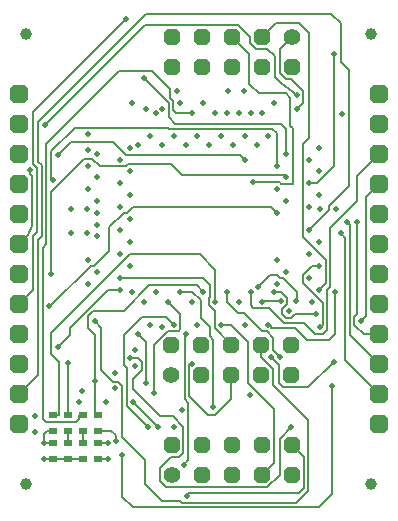
<source format=gtl>
G04 Layer_Physical_Order=1*
G04 Layer_Color=255*
%FSLAX44Y44*%
%MOMM*%
G71*
G01*
G75*
%ADD10R,0.8000X0.6000*%
%ADD11C,0.2000*%
G04:AMPARAMS|DCode=12|XSize=1.6002mm|YSize=1.6002mm|CornerRadius=0mm|HoleSize=0mm|Usage=FLASHONLY|Rotation=270.000|XOffset=0mm|YOffset=0mm|HoleType=Round|Shape=Octagon|*
%AMOCTAGOND12*
4,1,8,-0.4001,-0.8001,0.4001,-0.8001,0.8001,-0.4001,0.8001,0.4001,0.4001,0.8001,-0.4001,0.8001,-0.8001,0.4001,-0.8001,-0.4001,-0.4001,-0.8001,0.0*
%
%ADD12OCTAGOND12*%

%ADD13C,1.0000*%
%ADD14C,1.4000*%
G04:AMPARAMS|DCode=15|XSize=1.4mm|YSize=1.4mm|CornerRadius=0mm|HoleSize=0mm|Usage=FLASHONLY|Rotation=180.000|XOffset=0mm|YOffset=0mm|HoleType=Round|Shape=Octagon|*
%AMOCTAGOND15*
4,1,8,-0.7000,0.3500,-0.7000,-0.3500,-0.3500,-0.7000,0.3500,-0.7000,0.7000,-0.3500,0.7000,0.3500,0.3500,0.7000,-0.3500,0.7000,-0.7000,0.3500,0.0*
%
%ADD15OCTAGOND15*%

%ADD16C,0.5000*%
D10*
X80010Y84074D02*
D03*
Y70612D02*
D03*
X67310Y84074D02*
D03*
Y70612D02*
D03*
X54610Y84074D02*
D03*
Y70612D02*
D03*
X41910Y84074D02*
D03*
Y70612D02*
D03*
Y59944D02*
D03*
Y46482D02*
D03*
X54610Y59944D02*
D03*
Y46482D02*
D03*
X80010Y59944D02*
D03*
Y46482D02*
D03*
X67310Y59944D02*
D03*
Y46482D02*
D03*
D11*
X80010D02*
X87780D01*
X80010Y59944D02*
X87780D01*
X80010Y70612D02*
X90728D01*
X94617Y66723D01*
Y61931D02*
Y66723D01*
X34140Y59944D02*
X41910D01*
X54610Y46482D02*
X67310D01*
X41910D02*
X54610D01*
X67310Y59944D02*
Y70612D01*
X54610Y59944D02*
Y70612D01*
X36725D02*
X41910D01*
X34140Y68027D02*
X36725Y70612D01*
X34140Y59944D02*
Y68027D01*
X118308Y369525D02*
X139350Y348483D01*
Y336012D02*
Y348483D01*
Y336012D02*
X145207Y330155D01*
X234950D01*
X239082Y326023D01*
Y305201D02*
Y326023D01*
X230914Y295201D02*
Y322507D01*
X227330Y326091D02*
X230914Y322507D01*
X139954Y326091D02*
X227330D01*
X145981Y339970D02*
X158850D01*
X143350Y342601D02*
X145981Y339970D01*
X143350Y342601D02*
Y350155D01*
X140999Y352507D02*
X143350Y350155D01*
X140999Y352507D02*
Y359844D01*
X125730Y375113D02*
X140999Y359844D01*
X97733Y375113D02*
X125730D01*
X33020Y225555D02*
X35876Y228411D01*
X33020Y80219D02*
Y225555D01*
Y80219D02*
X35306Y77933D01*
X60960D01*
X63246Y80219D01*
Y84074D02*
X67310D01*
X178850Y179968D02*
Y206931D01*
X165608Y220173D02*
X178850Y206931D01*
X106426Y220173D02*
X165608D01*
X39458Y153205D02*
X106426Y220173D01*
X39458Y135425D02*
Y153205D01*
Y135425D02*
X46228Y128655D01*
X41910Y84074D02*
X46228D01*
X71120Y157943D02*
X77216Y151847D01*
X71120Y157943D02*
Y167595D01*
X75692Y172167D01*
X101346D01*
X122936Y193757D01*
X163229D01*
X168850Y188136D01*
X77216Y84074D02*
X80010D01*
X130556Y73510D02*
Y73748D01*
X109474Y94830D02*
X130556Y73748D01*
X225810Y260305D02*
X230914Y255201D01*
X109220Y260305D02*
X225810D01*
X104140Y255225D02*
X109220Y260305D01*
X101346Y255225D02*
X104140D01*
X88900Y242779D02*
X101346Y255225D01*
X88900Y222713D02*
Y242779D01*
X76454Y210267D02*
X88900Y222713D01*
X73660Y210267D02*
X76454D01*
X39370Y175977D02*
X73660Y210267D01*
X38544Y175977D02*
X39370D01*
X98618Y200200D02*
X168309D01*
X174498Y194011D01*
Y184105D02*
Y194011D01*
X173228Y182835D02*
X174498Y184105D01*
X173228Y176993D02*
Y182835D01*
Y176993D02*
X178351Y171870D01*
Y157349D02*
Y171870D01*
Y157349D02*
X192500Y143200D01*
X45466Y303739D02*
X56642Y314915D01*
X92456D01*
X103378Y303993D01*
X199898D01*
X203962Y299929D01*
X193000Y404200D02*
X207772Y389428D01*
Y364445D02*
Y389428D01*
Y364445D02*
X215646Y356571D01*
X238506D01*
X242316Y352761D01*
Y328885D02*
Y352761D01*
Y328885D02*
X244602Y326599D01*
Y279609D02*
Y326599D01*
X234950Y279609D02*
X244602D01*
X233680Y280879D02*
X234950Y279609D01*
X210820Y280879D02*
X233680D01*
X12700Y101600D02*
X28697Y117597D01*
Y232411D01*
X31876Y235590D01*
X120550Y423881D02*
X276606D01*
X284988Y415499D01*
Y382987D02*
Y415499D01*
Y382987D02*
X292100Y375875D01*
Y277831D02*
Y375875D01*
X275590Y261321D02*
X292100Y277831D01*
X275590Y257171D02*
Y261321D01*
X258620Y240200D02*
X275590Y257171D01*
X266787Y190200D02*
X272288Y195700D01*
Y215347D01*
X252984Y234651D02*
X272288Y215347D01*
X252984Y234651D02*
Y313137D01*
X258064Y318217D01*
Y407371D01*
X249428Y416007D02*
X258064Y407371D01*
X230207Y416007D02*
X249428D01*
X218400Y404200D02*
X230207Y416007D01*
X298958Y286258D02*
X317500Y304800D01*
X298958Y264877D02*
Y286258D01*
X276352Y242271D02*
X298958Y264877D01*
X276352Y192233D02*
Y242271D01*
X208850Y176677D02*
X211074Y174453D01*
X208850Y176677D02*
Y188136D01*
X233426Y63995D02*
X243300Y73869D01*
X233426Y33483D02*
Y63995D01*
X222758Y22815D02*
X233426Y33483D01*
X137160Y22815D02*
X222758D01*
X131826Y28149D02*
X137160Y22815D01*
X131826Y28149D02*
Y38817D01*
X141224Y48215D01*
X148214D01*
X151950Y51951D01*
Y74123D01*
X143060Y83013D02*
X151950Y74123D01*
X132334Y83013D02*
X143060D01*
X108966Y106381D02*
X132334Y83013D01*
X108966Y106381D02*
Y114763D01*
X116480Y122277D01*
Y128987D01*
X113432Y132035D02*
X116480Y128987D01*
X106934Y132035D02*
X113432D01*
X137447Y166833D02*
X143849Y160430D01*
X116840Y166833D02*
X137447D01*
X101416Y151409D02*
X116840Y166833D01*
X101416Y126627D02*
Y151409D01*
Y126627D02*
X103886Y124156D01*
Y91649D02*
Y124156D01*
Y91649D02*
X121666Y73869D01*
X177292Y91141D02*
Y147783D01*
X174244Y150831D02*
X177292Y147783D01*
X174244Y150831D02*
Y158451D01*
X166624Y166071D02*
X174244Y158451D01*
X166624Y166071D02*
Y181057D01*
X159545Y188136D02*
X166624Y181057D01*
X148850Y188136D02*
X159545D01*
X53848Y84074D02*
X54610D01*
X258620Y280200D02*
X264751D01*
X279400Y294849D01*
Y389845D01*
X12700Y177800D02*
X24697Y189797D01*
X237308Y286975D02*
X239082Y285201D01*
X151130Y286975D02*
X237308D01*
X141478Y296627D02*
X151130Y286975D01*
X105156Y296627D02*
X141478D01*
X103124Y294595D02*
X105156Y296627D01*
X81280Y294595D02*
X103124D01*
X74930Y300945D02*
X81280Y294595D01*
X67818Y300945D02*
X74930D01*
X234696Y364723D02*
X247904Y354539D01*
X229092Y370326D02*
X234696Y364723D01*
X229092Y370326D02*
Y387575D01*
X222504Y394163D02*
X229092Y387575D01*
X213360Y394163D02*
X222504D01*
X208280Y399243D02*
X213360Y394163D01*
X208280Y399243D02*
Y404069D01*
X198120Y414229D02*
X208280Y404069D01*
X119380Y414229D02*
X198120D01*
X34544Y329393D02*
X119380Y414229D01*
X20697Y236597D02*
X23876Y243590D01*
X12700Y228600D02*
X20697Y236597D01*
X298958Y169209D02*
Y247097D01*
X296760Y167011D02*
X298958Y169209D01*
X296760Y160483D02*
Y167011D01*
Y160483D02*
X304843Y152400D01*
X317500D01*
X290806Y247306D02*
X293218Y244894D01*
Y172015D02*
Y244894D01*
X292760Y171557D02*
X293218Y172015D01*
X292760Y151740D02*
Y171557D01*
Y151740D02*
X317500Y127000D01*
X285242Y237699D02*
X288760Y234181D01*
Y130340D02*
Y234181D01*
Y130340D02*
X317500Y101600D01*
X76708Y163531D02*
X82296Y157943D01*
Y122129D02*
Y157943D01*
Y122129D02*
X92456Y111969D01*
X96520D01*
X99822Y108667D01*
Y65741D02*
Y108667D01*
Y65741D02*
X119634Y45929D01*
Y25355D02*
Y45929D01*
Y25355D02*
X133765Y11224D01*
X149062D01*
X150562Y9724D01*
X247514D01*
X257810Y20021D01*
Y79965D01*
X228092Y109683D02*
X257810Y79965D01*
X228092Y109683D02*
Y122859D01*
X217900Y133051D02*
X228092Y122859D01*
X217900Y133051D02*
Y143200D01*
X88068Y190200D02*
X98618D01*
X55626Y157758D02*
X88068Y190200D01*
X55626Y151593D02*
Y157758D01*
X45466Y141433D02*
X55626Y151593D01*
X100330Y14941D02*
Y50501D01*
Y14941D02*
X109547Y5724D01*
X266628D01*
X278130Y17227D01*
Y108370D01*
X233800Y394200D02*
X243800Y404200D01*
X233800Y373723D02*
Y394200D01*
Y373723D02*
X238760Y368763D01*
X243332D01*
X253492Y358603D01*
Y348443D02*
Y358603D01*
X247904Y342855D02*
X253492Y348443D01*
X275336Y147339D02*
X280670Y152673D01*
X256726Y147339D02*
X275336D01*
X246122Y157943D02*
X256726Y147339D01*
X225806Y157943D02*
X246122D01*
X223851Y160430D02*
X225806D01*
Y133305D02*
X232918Y126193D01*
Y110699D02*
Y126193D01*
Y110699D02*
X235966Y107651D01*
X257556D01*
X279146Y129241D01*
X302260Y163785D02*
X306324Y167849D01*
Y268224D01*
X317500Y279400D01*
X183851Y160430D02*
X192585D01*
X207010Y146005D01*
Y110699D02*
Y146005D01*
Y110699D02*
X228346Y89363D01*
Y43246D02*
Y89363D01*
X218150Y33050D02*
X228346Y43246D01*
X228092Y138893D02*
X233680Y133305D01*
X228092Y138893D02*
Y149307D01*
X222504Y154895D02*
X228092Y149307D01*
X218440Y154895D02*
X222504D01*
X203200Y170135D02*
X218440Y154895D01*
X198120Y170135D02*
X203200D01*
X188850Y179405D02*
X198120Y170135D01*
X188850Y179405D02*
Y188136D01*
X113849Y152262D02*
X120544Y145568D01*
Y111461D02*
Y145568D01*
X192500Y97924D02*
Y117800D01*
X178859Y84283D02*
X192500Y97924D01*
X172911Y84283D02*
X178859D01*
X157100Y100094D02*
X172911Y84283D01*
X157100Y127463D02*
X159512D01*
X147828Y154895D02*
X149352Y156419D01*
Y169466D01*
X138850Y179968D02*
X149352Y169466D01*
X152908Y151321D02*
X153849Y152262D01*
X152908Y97237D02*
Y151321D01*
Y97237D02*
X156210Y93935D01*
Y45675D02*
Y93935D01*
X152146Y41611D02*
X156210Y45675D01*
X154686Y15449D02*
X156972Y17735D01*
X249428D01*
X253746Y22053D01*
Y48254D01*
X243550Y58450D02*
X253746Y48254D01*
X34081Y46482D02*
X34140D01*
X41910D01*
X225806Y157943D02*
Y160430D01*
X63246Y80219D02*
Y84074D01*
X77216D02*
Y112477D01*
Y151847D01*
X53848Y84074D02*
Y128225D01*
X46228Y84074D02*
Y128655D01*
X157100Y100094D02*
Y127463D01*
X23876Y243590D02*
Y285959D01*
X35876Y313256D02*
X97733Y375113D01*
X138684Y327361D02*
X139954Y326091D01*
X59944Y327361D02*
X138684D01*
X39876Y307293D02*
X59944Y327361D01*
X39876Y284228D02*
Y307293D01*
X28697Y332028D02*
X120550Y423881D01*
X39876Y273003D02*
X67818Y300945D01*
X39876Y284228D02*
X41402Y282702D01*
X39876Y203200D02*
Y273003D01*
X24697Y189797D02*
Y235536D01*
X27876Y238715D01*
X35876Y228411D02*
Y313256D01*
X28697Y298436D02*
Y332028D01*
Y298436D02*
X31876Y295257D01*
Y235590D02*
Y295257D01*
X22000Y287835D02*
X23876Y285959D01*
X22000Y287835D02*
Y291500D01*
X24697Y296581D02*
Y340628D01*
X103632Y419563D01*
X27876Y238715D02*
Y293402D01*
X24697Y296581D02*
X27876Y293402D01*
X127079Y102180D02*
Y143322D01*
X138652Y154895D01*
X147828D01*
X260842Y210200D02*
X266787D01*
X253120Y202478D02*
X260842Y210200D01*
X280670Y152673D02*
Y188169D01*
X253120Y195680D02*
Y202478D01*
X273763Y189644D02*
X276352Y192233D01*
X273763Y156211D02*
Y189644D01*
X253746Y162007D02*
X263056Y152697D01*
X270248D01*
X273763Y156211D01*
X253120Y195680D02*
X269763Y179037D01*
X267970Y158197D02*
X269763Y159990D01*
Y179037D01*
X215138Y191979D02*
X225298Y202139D01*
X231394D01*
X233426Y200107D01*
X236474D01*
X247512Y180665D02*
X248347Y181500D01*
X247512Y180259D02*
Y180665D01*
X238768Y166101D02*
X243324D01*
X235546Y169322D02*
X238768Y166101D01*
X235546Y169322D02*
Y173879D01*
X219641Y180759D02*
X234511D01*
X218850Y179968D02*
X219641Y180759D01*
X243324Y166101D02*
X246482Y169258D01*
X228850Y188136D02*
X234913D01*
X246482Y169258D02*
X264263D01*
X235546Y173879D02*
X240011Y178344D01*
Y183037D01*
X234913Y188136D02*
X240011Y183037D01*
X211074Y174453D02*
X224759D01*
X237205Y162007D01*
X253746D01*
X248347Y181500D02*
Y188234D01*
X236474Y200107D02*
X248347Y188234D01*
X34036Y46437D02*
X34081Y46482D01*
D12*
X317500Y76200D02*
D03*
Y101600D02*
D03*
Y127000D02*
D03*
Y152400D02*
D03*
Y177800D02*
D03*
Y203200D02*
D03*
Y228600D02*
D03*
Y254000D02*
D03*
Y279400D02*
D03*
Y304800D02*
D03*
Y330200D02*
D03*
Y355600D02*
D03*
X12700Y76200D02*
D03*
Y101600D02*
D03*
Y127000D02*
D03*
Y152400D02*
D03*
Y177800D02*
D03*
Y203200D02*
D03*
Y228600D02*
D03*
Y254000D02*
D03*
Y279400D02*
D03*
Y304800D02*
D03*
Y330200D02*
D03*
Y355600D02*
D03*
D13*
X311150Y406400D02*
D03*
X19050D02*
D03*
X310896Y25400D02*
D03*
X19050D02*
D03*
D14*
X243800Y404200D02*
D03*
X141700Y117800D02*
D03*
X141950Y33050D02*
D03*
D15*
X243800Y378800D02*
D03*
X218400Y404200D02*
D03*
Y378800D02*
D03*
X193000Y404200D02*
D03*
Y378800D02*
D03*
X167600Y404200D02*
D03*
Y378800D02*
D03*
X142200Y404200D02*
D03*
Y378800D02*
D03*
X243300Y143200D02*
D03*
Y117800D02*
D03*
X217900Y143200D02*
D03*
Y117800D02*
D03*
X192500Y143200D02*
D03*
Y117800D02*
D03*
X167100Y143200D02*
D03*
Y117800D02*
D03*
X141700Y143200D02*
D03*
X243550Y58450D02*
D03*
Y33050D02*
D03*
X218150Y58450D02*
D03*
Y33050D02*
D03*
X192750Y58450D02*
D03*
Y33050D02*
D03*
X167350Y58450D02*
D03*
Y33050D02*
D03*
X141950Y58450D02*
D03*
D16*
X26520Y83058D02*
D03*
Y69596D02*
D03*
X241046Y171600D02*
D03*
X109474Y94830D02*
D03*
X63754D02*
D03*
X86614D02*
D03*
X70104Y257960D02*
D03*
X56642D02*
D03*
X133604Y342750D02*
D03*
X120142D02*
D03*
X110980Y138858D02*
D03*
Y125396D02*
D03*
X70104Y237640D02*
D03*
X56642D02*
D03*
X71270Y321564D02*
D03*
Y308102D02*
D03*
X281178Y257960D02*
D03*
X267716D02*
D03*
X203454Y358290D02*
D03*
X189992D02*
D03*
X108850Y188136D02*
D03*
X113849Y152262D02*
D03*
X118850Y179968D02*
D03*
X123849Y160430D02*
D03*
X128850Y188136D02*
D03*
X138850Y179968D02*
D03*
X143849Y160430D02*
D03*
X148850Y188136D02*
D03*
X153849Y152262D02*
D03*
X158850Y179968D02*
D03*
X163850Y160430D02*
D03*
X168850Y188136D02*
D03*
X178850Y179968D02*
D03*
X183851Y160430D02*
D03*
X188850Y188136D02*
D03*
X198850Y179968D02*
D03*
X203851Y160430D02*
D03*
X208850Y188136D02*
D03*
X218850Y179968D02*
D03*
X223851Y160430D02*
D03*
X228850Y188136D02*
D03*
X108850Y348138D02*
D03*
X113849Y312264D02*
D03*
X123849Y320432D02*
D03*
X133849Y312264D02*
D03*
X143849Y320432D02*
D03*
X148850Y348138D02*
D03*
X153849Y312264D02*
D03*
X158850Y339970D02*
D03*
X163850Y320432D02*
D03*
X168850Y348138D02*
D03*
X173852Y312264D02*
D03*
X178850Y339970D02*
D03*
X183851Y320432D02*
D03*
X193851Y312264D02*
D03*
X198850Y339970D02*
D03*
X203851Y320432D02*
D03*
X213851Y312264D02*
D03*
X218850Y339970D02*
D03*
X223851Y320432D02*
D03*
X228850Y348138D02*
D03*
X70912Y195199D02*
D03*
X98618Y200200D02*
D03*
X79080Y205199D02*
D03*
X106786Y210200D02*
D03*
X70912Y215199D02*
D03*
X98618Y220200D02*
D03*
X106786Y230200D02*
D03*
X98618Y240200D02*
D03*
X79080Y245199D02*
D03*
X106786Y250200D02*
D03*
X98618Y260200D02*
D03*
X79080Y265201D02*
D03*
X106786Y270200D02*
D03*
X70912Y275201D02*
D03*
X98618Y280200D02*
D03*
X79080Y285201D02*
D03*
X106786Y290200D02*
D03*
X70912Y295201D02*
D03*
X98618Y300200D02*
D03*
X79080Y305201D02*
D03*
X106786Y310200D02*
D03*
X266787Y190200D02*
D03*
X230914Y195199D02*
D03*
X258620Y200200D02*
D03*
X239082Y205199D02*
D03*
X266787Y210200D02*
D03*
X230914Y215199D02*
D03*
X258620Y220200D02*
D03*
X266787Y230200D02*
D03*
X258620Y240200D02*
D03*
X230914Y255201D02*
D03*
X258620Y260200D02*
D03*
X239082Y265201D02*
D03*
X266787Y270200D02*
D03*
X230914Y275201D02*
D03*
X258620Y280200D02*
D03*
X239082Y285201D02*
D03*
X266787Y290200D02*
D03*
X230914Y295201D02*
D03*
X258620Y300200D02*
D03*
X239082Y305201D02*
D03*
X266787Y310200D02*
D03*
X98618Y190200D02*
D03*
X208850Y339970D02*
D03*
X128850D02*
D03*
X146499Y357983D02*
D03*
X188850Y339970D02*
D03*
X79080Y235199D02*
D03*
Y255201D02*
D03*
X87780Y59944D02*
D03*
Y46482D02*
D03*
X34140Y59944D02*
D03*
Y46482D02*
D03*
X150497Y88519D02*
D03*
X94617Y61931D02*
D03*
X144018Y73510D02*
D03*
X130556D02*
D03*
X94130Y119888D02*
D03*
Y106426D02*
D03*
X286512Y338791D02*
D03*
X208026Y100539D02*
D03*
X118308Y369525D02*
D03*
X66040Y104603D02*
D03*
X77216Y112477D02*
D03*
X38544Y175977D02*
D03*
X45466Y303739D02*
D03*
X203962Y299929D02*
D03*
X210820Y280879D02*
D03*
X243300Y73869D02*
D03*
X106934Y132035D02*
D03*
X121666Y73869D02*
D03*
X177292Y91141D02*
D03*
X53848Y128225D02*
D03*
X279400Y389845D02*
D03*
X103632Y419563D02*
D03*
X39876Y203200D02*
D03*
X247904Y354539D02*
D03*
X34544Y329393D02*
D03*
X298958Y247097D02*
D03*
X290806Y247306D02*
D03*
X285242Y237699D02*
D03*
X76708Y163531D02*
D03*
X45466Y141433D02*
D03*
X100330Y50501D02*
D03*
X278130Y108370D02*
D03*
X247904Y342855D02*
D03*
X225806Y133305D02*
D03*
X279146Y129241D02*
D03*
X302260Y163785D02*
D03*
X233680Y133305D02*
D03*
X120544Y111461D02*
D03*
X159512Y127463D02*
D03*
X127079Y102180D02*
D03*
X152146Y41611D02*
D03*
X154686Y15449D02*
D03*
X215138Y191979D02*
D03*
X41402Y282702D02*
D03*
X22000Y291500D02*
D03*
X133750Y158500D02*
D03*
X267970Y158197D02*
D03*
X280670Y188169D02*
D03*
X261013Y180009D02*
D03*
X264263Y169258D02*
D03*
X247512Y180259D02*
D03*
X234511Y180759D02*
D03*
X34036Y46437D02*
D03*
M02*

</source>
